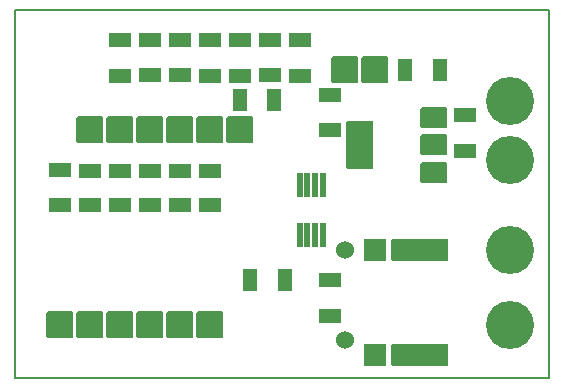
<source format=gbr>
G04 PROTEUS RS274X GERBER FILE*
%FSLAX45Y45*%
%MOMM*%
G01*
%ADD26C,1.524000*%
%AMPPAD021*
4,1,36,
-1.143000,0.762000,
-1.143000,-0.762000,
-1.140470,-0.787970,
-1.133200,-0.811980,
-1.121650,-0.833580,
-1.106290,-0.852290,
-1.087570,-0.867650,
-1.065980,-0.879200,
-1.041970,-0.886470,
-1.016000,-0.889000,
1.016000,-0.889000,
1.041970,-0.886470,
1.065980,-0.879200,
1.087570,-0.867650,
1.106290,-0.852290,
1.121650,-0.833580,
1.133200,-0.811980,
1.140470,-0.787970,
1.143000,-0.762000,
1.143000,0.762000,
1.140470,0.787970,
1.133200,0.811980,
1.121650,0.833580,
1.106290,0.852290,
1.087570,0.867650,
1.065980,0.879200,
1.041970,0.886470,
1.016000,0.889000,
-1.016000,0.889000,
-1.041970,0.886470,
-1.065980,0.879200,
-1.087570,0.867650,
-1.106290,0.852290,
-1.121650,0.833580,
-1.133200,0.811980,
-1.140470,0.787970,
-1.143000,0.762000,
0*%
%ADD29PPAD021*%
%AMPPAD022*
4,1,36,
-1.016000,-2.032000,
1.016000,-2.032000,
1.041970,-2.029470,
1.065980,-2.022200,
1.087580,-2.010650,
1.106290,-1.995290,
1.121650,-1.976570,
1.133200,-1.954980,
1.140470,-1.930970,
1.143000,-1.905000,
1.143000,1.905000,
1.140470,1.930970,
1.133200,1.954980,
1.121650,1.976570,
1.106290,1.995290,
1.087580,2.010650,
1.065980,2.022200,
1.041970,2.029470,
1.016000,2.032000,
-1.016000,2.032000,
-1.041970,2.029470,
-1.065980,2.022200,
-1.087580,2.010650,
-1.106290,1.995290,
-1.121650,1.976570,
-1.133200,1.954980,
-1.140470,1.930970,
-1.143000,1.905000,
-1.143000,-1.905000,
-1.140470,-1.930970,
-1.133200,-1.954980,
-1.121650,-1.976570,
-1.106290,-1.995290,
-1.087580,-2.010650,
-1.065980,-2.022200,
-1.041970,-2.029470,
-1.016000,-2.032000,
0*%
%ADD72PPAD022*%
%AMPPAD023*
4,1,4,
-0.901700,0.571500,
-0.901700,-0.571500,
0.901700,-0.571500,
0.901700,0.571500,
-0.901700,0.571500,
0*%
%ADD73PPAD023*%
%AMPPAD019*
4,1,36,
-1.016000,1.143000,
1.016000,1.143000,
1.041970,1.140470,
1.065980,1.133200,
1.087580,1.121650,
1.106290,1.106290,
1.121650,1.087570,
1.133200,1.065980,
1.140470,1.041970,
1.143000,1.016000,
1.143000,-1.016000,
1.140470,-1.041970,
1.133200,-1.065980,
1.121650,-1.087570,
1.106290,-1.106290,
1.087580,-1.121650,
1.065980,-1.133200,
1.041970,-1.140470,
1.016000,-1.143000,
-1.016000,-1.143000,
-1.041970,-1.140470,
-1.065980,-1.133200,
-1.087580,-1.121650,
-1.106290,-1.106290,
-1.121650,-1.087570,
-1.133200,-1.065980,
-1.140470,-1.041970,
-1.143000,-1.016000,
-1.143000,1.016000,
-1.140470,1.041970,
-1.133200,1.065980,
-1.121650,1.087570,
-1.106290,1.106290,
-1.087580,1.121650,
-1.065980,1.133200,
-1.041970,1.140470,
-1.016000,1.143000,
0*%
%ADD27PPAD019*%
%AMPPAD024*
4,1,4,
-0.571500,-0.901700,
0.571500,-0.901700,
0.571500,0.901700,
-0.571500,0.901700,
-0.571500,-0.901700,
0*%
%ADD30PPAD024*%
%AMPPAD025*
4,1,36,
-2.413000,0.825500,
-2.413000,-0.825500,
-2.410470,-0.851470,
-2.403200,-0.875480,
-2.391650,-0.897080,
-2.376290,-0.915790,
-2.357570,-0.931150,
-2.335980,-0.942700,
-2.311970,-0.949970,
-2.286000,-0.952500,
2.286000,-0.952500,
2.311970,-0.949970,
2.335980,-0.942700,
2.357570,-0.931150,
2.376290,-0.915790,
2.391650,-0.897080,
2.403200,-0.875480,
2.410470,-0.851470,
2.413000,-0.825500,
2.413000,0.825500,
2.410470,0.851470,
2.403200,0.875480,
2.391650,0.897080,
2.376290,0.915790,
2.357570,0.931150,
2.335980,0.942700,
2.311970,0.949970,
2.286000,0.952500,
-2.286000,0.952500,
-2.311970,0.949970,
-2.335980,0.942700,
-2.357570,0.931150,
-2.376290,0.915790,
-2.391650,0.897080,
-2.403200,0.875480,
-2.410470,0.851470,
-2.413000,0.825500,
0*%
%ADD31PPAD025*%
%AMPPAD026*
4,1,36,
-0.952500,0.825500,
-0.952500,-0.825500,
-0.949970,-0.851470,
-0.942700,-0.875480,
-0.931150,-0.897080,
-0.915790,-0.915790,
-0.897070,-0.931150,
-0.875480,-0.942700,
-0.851470,-0.949970,
-0.825500,-0.952500,
0.825500,-0.952500,
0.851470,-0.949970,
0.875480,-0.942700,
0.897070,-0.931150,
0.915790,-0.915790,
0.931150,-0.897080,
0.942700,-0.875480,
0.949970,-0.851470,
0.952500,-0.825500,
0.952500,0.825500,
0.949970,0.851470,
0.942700,0.875480,
0.931150,0.897080,
0.915790,0.915790,
0.897070,0.931150,
0.875480,0.942700,
0.851470,0.949970,
0.825500,0.952500,
-0.825500,0.952500,
-0.851470,0.949970,
-0.875480,0.942700,
-0.897070,0.931150,
-0.915790,0.915790,
-0.931150,0.897080,
-0.942700,0.875480,
-0.949970,0.851470,
-0.952500,0.825500,
0*%
%ADD32PPAD026*%
%ADD28C,4.064000*%
%AMPPAD027*
4,1,36,
-0.152400,1.016000,
0.152400,1.016000,
0.178370,1.013470,
0.202380,1.006200,
0.223980,0.994650,
0.242690,0.979290,
0.258050,0.960570,
0.269600,0.938980,
0.276870,0.914970,
0.279400,0.889000,
0.279400,-0.889000,
0.276870,-0.914970,
0.269600,-0.938980,
0.258050,-0.960570,
0.242690,-0.979290,
0.223980,-0.994650,
0.202380,-1.006200,
0.178370,-1.013470,
0.152400,-1.016000,
-0.152400,-1.016000,
-0.178370,-1.013470,
-0.202380,-1.006200,
-0.223980,-0.994650,
-0.242690,-0.979290,
-0.258050,-0.960570,
-0.269600,-0.938980,
-0.276870,-0.914970,
-0.279400,-0.889000,
-0.279400,0.889000,
-0.276870,0.914970,
-0.269600,0.938980,
-0.258050,0.960570,
-0.242690,0.979290,
-0.223980,0.994650,
-0.202380,1.006200,
-0.178370,1.013470,
-0.152400,1.016000,
0*%
%ADD33PPAD027*%
%ADD14C,0.203200*%
D26*
X+1778000Y+6096000D03*
X+1778000Y+5334000D03*
D29*
X+2534920Y+7216140D03*
D72*
X+1905000Y+6985000D03*
D29*
X+2534920Y+6985000D03*
X+2534920Y+6753860D03*
D73*
X+2794000Y+7239000D03*
X+2794000Y+6939000D03*
X-127000Y+6767000D03*
X-127000Y+6477000D03*
X-381000Y+6477000D03*
X-381000Y+6767000D03*
X-635000Y+6477000D03*
X-635000Y+6777000D03*
D27*
X-127000Y+5461000D03*
X+127000Y+5461000D03*
X+381000Y+5461000D03*
X+635000Y+7112000D03*
D73*
X+635000Y+6477000D03*
X+635000Y+6767000D03*
D30*
X+980000Y+5842000D03*
X+1270000Y+5842000D03*
D73*
X+127000Y+6767000D03*
X+127000Y+6477000D03*
X+127000Y+7874000D03*
X+127000Y+7584000D03*
X-127000Y+7874000D03*
X-127000Y+7574000D03*
D30*
X+889000Y+7366000D03*
X+1179000Y+7366000D03*
D73*
X+1143000Y+7874000D03*
X+1143000Y+7584000D03*
X+635000Y+7874000D03*
X+635000Y+7574000D03*
X+381000Y+6767000D03*
X+381000Y+6477000D03*
X+381000Y+7874000D03*
X+381000Y+7584000D03*
D27*
X-381000Y+5461000D03*
D31*
X+2413000Y+6096000D03*
X+2413000Y+5207000D03*
D32*
X+2032000Y+5207000D03*
X+2032000Y+6096000D03*
D28*
X+3175000Y+6858000D03*
X+3175000Y+7358000D03*
X+3175000Y+6096000D03*
D33*
X+1592000Y+6223000D03*
X+1527000Y+6223000D03*
X+1462000Y+6223000D03*
X+1397000Y+6223000D03*
X+1397000Y+6653000D03*
X+1462000Y+6653000D03*
X+1527000Y+6653000D03*
X+1592000Y+6653000D03*
D28*
X+3175000Y+5461000D03*
D73*
X+1397000Y+7874000D03*
X+1397000Y+7574000D03*
X+1651000Y+5842000D03*
X+1651000Y+5542000D03*
X+889000Y+7874000D03*
X+889000Y+7574000D03*
D27*
X+2032000Y+7620000D03*
X+1778000Y+7620000D03*
X-127000Y+7112000D03*
X+127000Y+7112000D03*
X+381000Y+7112000D03*
X-381000Y+7112000D03*
X-635000Y+5461000D03*
X+889000Y+7112000D03*
X+635000Y+5461000D03*
D73*
X+1651000Y+7412000D03*
X+1651000Y+7112000D03*
D30*
X+2586000Y+7620000D03*
X+2286000Y+7620000D03*
D14*
X-1016000Y+5019040D02*
X+3512000Y+5019040D01*
X+3512000Y+8128000D01*
X-1016000Y+8128000D01*
X-1016000Y+5019040D01*
M02*

</source>
